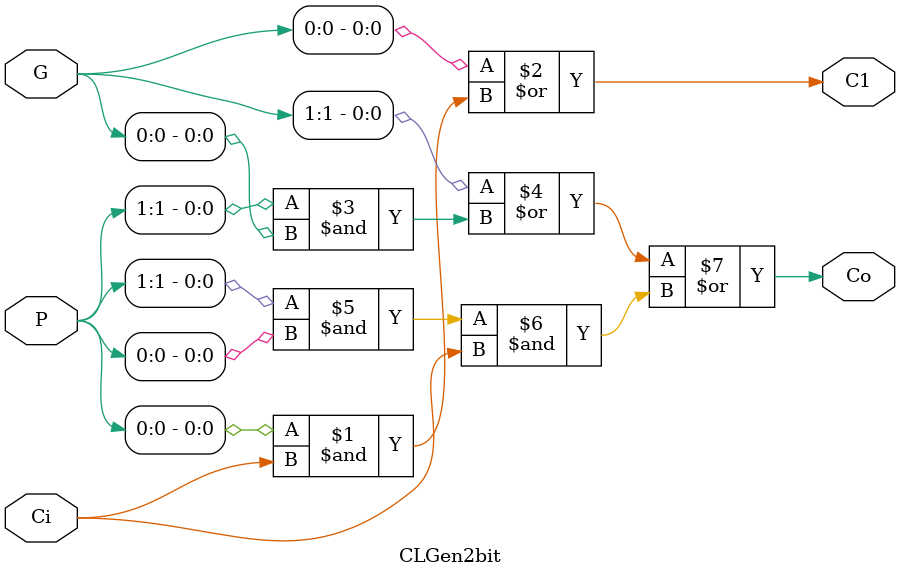
<source format=sv>
module CLGen2bit (
    input Ci,
    input [1:0] P, G,
    output C1, Co
  );

  // Carry look-ahead
  assign C1 = G[0] | (P[0] & Ci);
  assign Co = G[1] | (P[1] & G[0]) | (P[1] & P[0] & Ci);
endmodule

</source>
